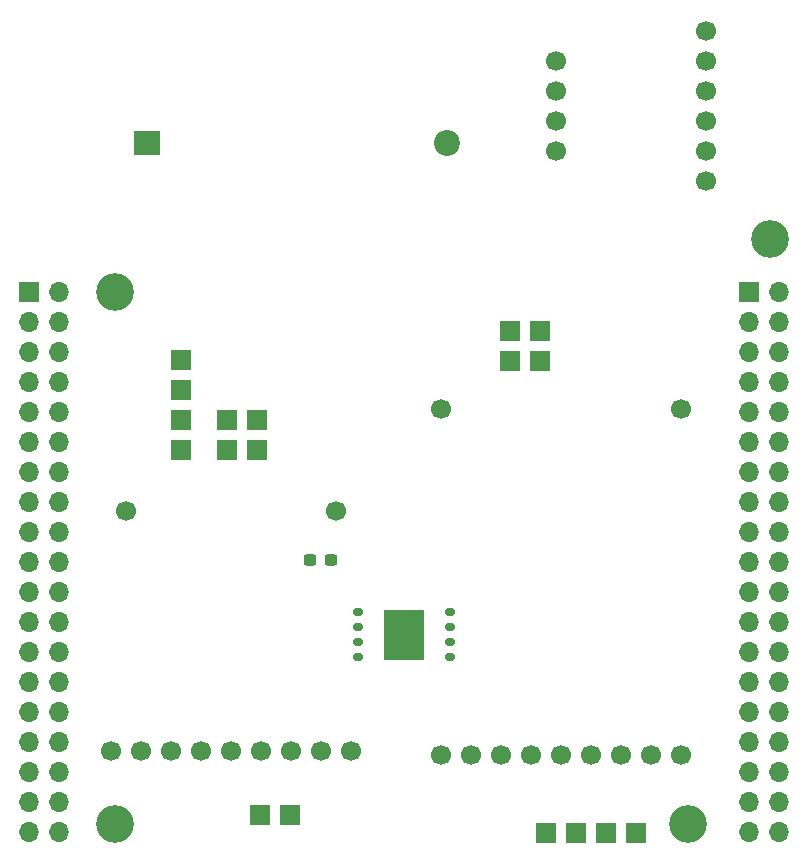
<source format=gbs>
G04 #@! TF.GenerationSoftware,KiCad,Pcbnew,(5.99.0-13294-g19fc8c6d98)*
G04 #@! TF.CreationDate,2021-12-07T19:06:38+01:00*
G04 #@! TF.ProjectId,easycomm,65617379-636f-46d6-9d2e-6b696361645f,rev?*
G04 #@! TF.SameCoordinates,Original*
G04 #@! TF.FileFunction,Soldermask,Bot*
G04 #@! TF.FilePolarity,Negative*
%FSLAX46Y46*%
G04 Gerber Fmt 4.6, Leading zero omitted, Abs format (unit mm)*
G04 Created by KiCad (PCBNEW (5.99.0-13294-g19fc8c6d98)) date 2021-12-07 19:06:38*
%MOMM*%
%LPD*%
G01*
G04 APERTURE LIST*
G04 Aperture macros list*
%AMRoundRect*
0 Rectangle with rounded corners*
0 $1 Rounding radius*
0 $2 $3 $4 $5 $6 $7 $8 $9 X,Y pos of 4 corners*
0 Add a 4 corners polygon primitive as box body*
4,1,4,$2,$3,$4,$5,$6,$7,$8,$9,$2,$3,0*
0 Add four circle primitives for the rounded corners*
1,1,$1+$1,$2,$3*
1,1,$1+$1,$4,$5*
1,1,$1+$1,$6,$7*
1,1,$1+$1,$8,$9*
0 Add four rect primitives between the rounded corners*
20,1,$1+$1,$2,$3,$4,$5,0*
20,1,$1+$1,$4,$5,$6,$7,0*
20,1,$1+$1,$6,$7,$8,$9,0*
20,1,$1+$1,$8,$9,$2,$3,0*%
G04 Aperture macros list end*
%ADD10C,3.200000*%
%ADD11R,1.700000X1.700000*%
%ADD12O,1.700000X1.700000*%
%ADD13C,1.700000*%
%ADD14R,2.200000X2.000000*%
%ADD15C,2.200000*%
%ADD16RoundRect,0.150000X0.250000X0.150000X-0.250000X0.150000X-0.250000X-0.150000X0.250000X-0.150000X0*%
%ADD17R,3.400000X4.300000*%
%ADD18RoundRect,0.237500X0.300000X0.237500X-0.300000X0.237500X-0.300000X-0.237500X0.300000X-0.237500X0*%
G04 APERTURE END LIST*
D10*
G04 #@! TO.C,H4*
X164000000Y-121000000D03*
G04 #@! TD*
D11*
G04 #@! TO.C,J2*
X108250000Y-76030000D03*
D12*
X110790000Y-76030000D03*
X108250000Y-78570000D03*
X110790000Y-78570000D03*
X108250000Y-81110000D03*
X110790000Y-81110000D03*
X108250000Y-83650000D03*
X110790000Y-83650000D03*
X108250000Y-86190000D03*
X110790000Y-86190000D03*
X108250000Y-88730000D03*
X110790000Y-88730000D03*
X108250000Y-91270000D03*
X110790000Y-91270000D03*
X108250000Y-93810000D03*
X110790000Y-93810000D03*
X108250000Y-96350000D03*
X110790000Y-96350000D03*
X108250000Y-98890000D03*
X110790000Y-98890000D03*
X108250000Y-101430000D03*
X110790000Y-101430000D03*
X108250000Y-103970000D03*
X110790000Y-103970000D03*
X108250000Y-106510000D03*
X110790000Y-106510000D03*
X108250000Y-109050000D03*
X110790000Y-109050000D03*
X108250000Y-111590000D03*
X110790000Y-111590000D03*
X108250000Y-114130000D03*
X110790000Y-114130000D03*
X108250000Y-116670000D03*
X110790000Y-116670000D03*
X108250000Y-119210000D03*
X110790000Y-119210000D03*
X108250000Y-121750000D03*
X110790000Y-121750000D03*
G04 #@! TD*
D11*
G04 #@! TO.C,BUZZ*
X121100000Y-81760000D03*
G04 #@! TD*
G04 #@! TO.C,PA11*
X148942000Y-79280000D03*
G04 #@! TD*
G04 #@! TO.C,PC8*
X151482000Y-79280000D03*
G04 #@! TD*
G04 #@! TO.C,PC6*
X151482000Y-81820000D03*
G04 #@! TD*
G04 #@! TO.C,PA15*
X127540000Y-89340000D03*
G04 #@! TD*
D10*
G04 #@! TO.C,H3*
X115500000Y-121000000D03*
G04 #@! TD*
D11*
G04 #@! TO.C,J8*
X130340000Y-120300000D03*
G04 #@! TD*
D10*
G04 #@! TO.C,H2*
X171000000Y-71500000D03*
G04 #@! TD*
D11*
G04 #@! TO.C,SX2*
X157070000Y-121825000D03*
G04 #@! TD*
G04 #@! TO.C,GND*
X121100000Y-84300000D03*
G04 #@! TD*
G04 #@! TO.C,PB4*
X151990000Y-121825000D03*
G04 #@! TD*
D13*
G04 #@! TO.C,U3*
X165550000Y-66550000D03*
X165550000Y-64010000D03*
X165550000Y-61470000D03*
X165550000Y-58930000D03*
X165550000Y-56390000D03*
X165550000Y-53850000D03*
X152850000Y-64010000D03*
X152850000Y-61470000D03*
X152850000Y-58930000D03*
X152850000Y-56390000D03*
G04 #@! TD*
G04 #@! TO.C,U2*
X143100000Y-115156000D03*
X145640000Y-115156000D03*
X148180000Y-115156000D03*
X150720000Y-115156000D03*
X153260000Y-115156000D03*
X155800000Y-115156000D03*
X158340000Y-115156000D03*
X160880000Y-115156000D03*
X163420000Y-115156000D03*
X143100000Y-85884000D03*
X163420000Y-85884000D03*
G04 #@! TD*
D11*
G04 #@! TO.C,SX3*
X159610000Y-121825000D03*
G04 #@! TD*
G04 #@! TO.C,3V3*
X121100000Y-89380000D03*
G04 #@! TD*
G04 #@! TO.C,J1*
X169210000Y-76030000D03*
D12*
X171750000Y-76030000D03*
X169210000Y-78570000D03*
X171750000Y-78570000D03*
X169210000Y-81110000D03*
X171750000Y-81110000D03*
X169210000Y-83650000D03*
X171750000Y-83650000D03*
X169210000Y-86190000D03*
X171750000Y-86190000D03*
X169210000Y-88730000D03*
X171750000Y-88730000D03*
X169210000Y-91270000D03*
X171750000Y-91270000D03*
X169210000Y-93810000D03*
X171750000Y-93810000D03*
X169210000Y-96350000D03*
X171750000Y-96350000D03*
X169210000Y-98890000D03*
X171750000Y-98890000D03*
X169210000Y-101430000D03*
X171750000Y-101430000D03*
X169210000Y-103970000D03*
X171750000Y-103970000D03*
X169210000Y-106510000D03*
X171750000Y-106510000D03*
X169210000Y-109050000D03*
X171750000Y-109050000D03*
X169210000Y-111590000D03*
X171750000Y-111590000D03*
X169210000Y-114130000D03*
X171750000Y-114130000D03*
X169210000Y-116670000D03*
X171750000Y-116670000D03*
X169210000Y-119210000D03*
X171750000Y-119210000D03*
X169210000Y-121750000D03*
X171750000Y-121750000D03*
G04 #@! TD*
D11*
G04 #@! TO.C,5V*
X121100000Y-86840000D03*
G04 #@! TD*
G04 #@! TO.C,J7*
X127800000Y-120300000D03*
G04 #@! TD*
D10*
G04 #@! TO.C,H1*
X115500000Y-76000000D03*
G04 #@! TD*
D13*
G04 #@! TO.C,U1*
X115160000Y-114840000D03*
X117700000Y-114840000D03*
X120240000Y-114840000D03*
X122780000Y-114840000D03*
X125320000Y-114840000D03*
X127860000Y-114840000D03*
X130400000Y-114840000D03*
X132940000Y-114840000D03*
X135480000Y-114840000D03*
X116430000Y-94520000D03*
X134210000Y-94520000D03*
G04 #@! TD*
D11*
G04 #@! TO.C,PA0*
X127540000Y-86800000D03*
G04 #@! TD*
G04 #@! TO.C,DX4*
X125000000Y-86800000D03*
G04 #@! TD*
D14*
G04 #@! TO.C,BZ1*
X118200000Y-63350000D03*
D15*
X143600000Y-63350000D03*
G04 #@! TD*
D11*
G04 #@! TO.C,PA12*
X148942000Y-81820000D03*
G04 #@! TD*
G04 #@! TO.C,PB14*
X154530000Y-121825000D03*
G04 #@! TD*
G04 #@! TO.C,DX5*
X125000000Y-89340000D03*
G04 #@! TD*
D16*
G04 #@! TO.C,U4*
X143900000Y-103095000D03*
X143900000Y-104365000D03*
X143900000Y-105635000D03*
X143900000Y-106905000D03*
X136100000Y-106905000D03*
X136100000Y-105635000D03*
X136100000Y-104365000D03*
X136100000Y-103095000D03*
D17*
X140000000Y-105000000D03*
G04 #@! TD*
D18*
G04 #@! TO.C,C1*
X133762500Y-98700000D03*
X132037500Y-98700000D03*
G04 #@! TD*
M02*

</source>
